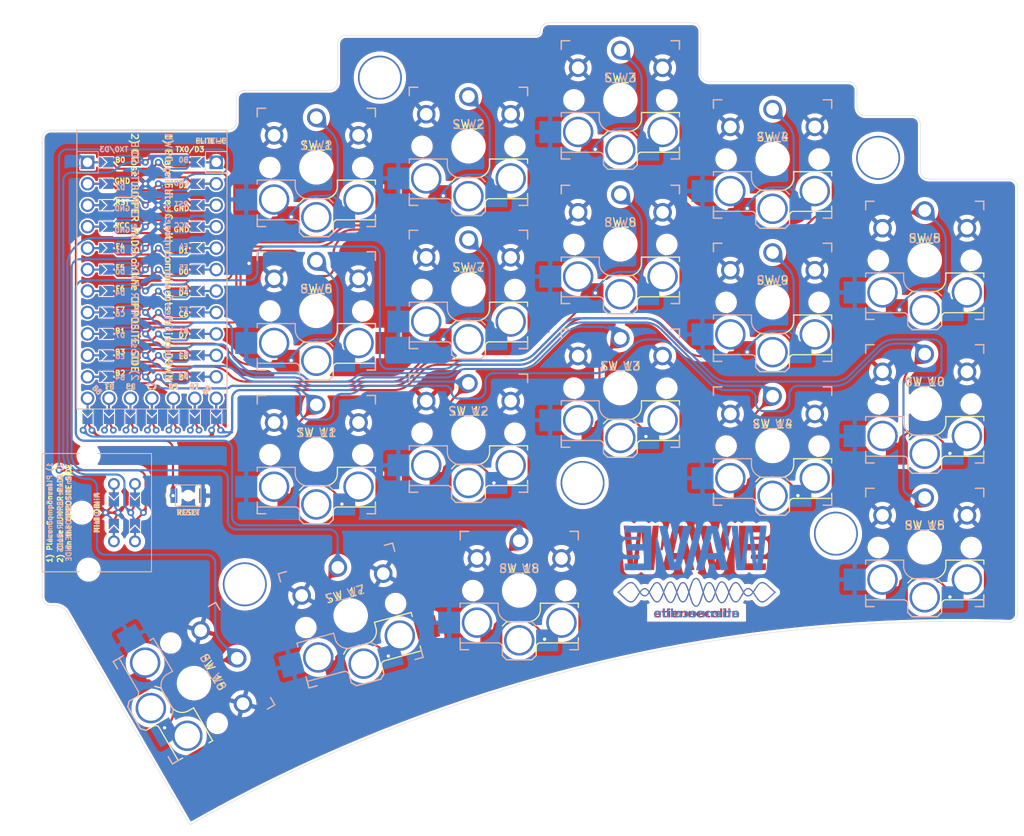
<source format=kicad_pcb>
(kicad_pcb (version 20221018) (generator pcbnew)
  (title_block (title "Wave") (date "2023-09-06") (rev "0.0.1"))
  (layers (0 "F.Cu" signal) (31 "B.Cu" signal) (34 "B.Paste" user) (35 "F.Paste" user) (36 "B.SilkS" user "B.Silkscreen") (37 "F.SilkS" user "F.Silkscreen") (38 "B.Mask" user) (39 "F.Mask" user) (44 "Edge.Cuts" user))
  (net 0 "")
  (net 1 "vcc")
  (net 2 "gnd")
  (net 3 "reset")
  (net 4 "Switch5")
  (net 5 "Switch4")
  (net 6 "Switch3")
  (net 7 "Switch2")
  (net 8 "Switch1")
  (net 9 "Switch9")
  (net 10 "Switch8")
  (net 11 "Switch7")
  (net 12 "Switch6")
  (net 13 "Switch17")
  (net 14 "Switch18")
  (net 15 "Switch11")
  (net 16 "Switch12")
  (net 17 "Switch13")
  (net 18 "Switch14")
  (net 19 "Switch15")
  (net 20 "Switch10")
  (net 23 "Switch16")
  (net 27 "data")
  (footprint "custom:Kailh_socket_PG1350_1.00u_optional_millmax_reversible" (layer "F.Cu") (at 63.472 73.6448 180)
    (fp_text reference "SW_11")
    (fp_text value "SW_Push")
  )
  (footprint "custom:Kailh_socket_PG1350_1.00u_optional_millmax_reversible" (layer "F.Cu") (at 81.486 54.0868 180)
    (fp_text reference "SW_7")
    (fp_text value "SW_Push")
  )
  (footprint "custom:Kailh_socket_PG1350_1.00u_optional_millmax_reversible" (layer "F.Cu") (at 99.474 65.7708 180)
    (fp_text reference "SW_13")
    (fp_text value "SW_Push")
  )
  (footprint "custom:Kailh_socket_PG1350_1.00u_optional_millmax_reversible" (layer "F.Cu") (at 117.5 72.6288 180)
    (fp_text reference "SW_14")
    (fp_text value "SW_Push")
  )
  (footprint "custom:Kailh_socket_PG1350_1.00u_optional_millmax_reversible" (layer "F.Cu") (at 63.472 39.6368 180)
    (fp_text reference "SW_1")
    (fp_text value "SW_Push")
  )
  (footprint "custom:Kailh_socket_PG1350_1.00u_optional_millmax_reversible" (layer "F.Cu") (at 81.486 37.1368 180)
    (fp_text reference "SW_2")
    (fp_text value "SW_Push")
  )
  (footprint "custom:Kailh_socket_PG1350_1.00u_optional_millmax_reversible" (layer "F.Cu") (at 135.518 50.6368 180)
    (fp_text reference "SW_5")
    (fp_text value "SW_Push")
  )
  (footprint "custom:Kailh_socket_PG1350_1.00u_optional_millmax_reversible" (layer "F.Cu") (at 81.486 71.1048 180)
    (fp_text reference "SW_12")
    (fp_text value "SW_Push")
  )
  (footprint "custom:Kailh_socket_PG1350_1.00u_optional_millmax_reversible" (layer "F.Cu") (at 99.474 31.6368 180)
    (fp_text reference "SW_3")
    (fp_text value "SW_Push")
  )
  (footprint "custom:Kailh_socket_PG1350_1.00u_optional_millmax_reversible" (layer "F.Cu") (at 135.518 84.6368 180)
    (fp_text reference "SW_15")
    (fp_text value "SW_Push")
  )
  (footprint "custom:Kailh_socket_PG1350_1.00u_optional_millmax_reversible" (layer "F.Cu") (at 63.472 56.6268 180)
    (fp_text reference "SW_6")
    (fp_text value "SW_Push")
  )
  (footprint "custom:Kailh_socket_PG1350_1.00u_optional_millmax_reversible" (layer "F.Cu") (at 117.5 38.6368 180)
    (fp_text reference "SW_4")
    (fp_text value "SW_Push")
  )
  (footprint "custom:Kailh_socket_PG1350_1.00u_optional_millmax_reversible" (layer "F.Cu") (at 117.5 55.6108 180)
    (fp_text reference "SW_9")
    (fp_text value "SW_Push")
  )
  (footprint "custom:Kailh_socket_PG1350_1.00u_optional_millmax_reversible" (layer "F.Cu") (at 67.547961 92.698962 -165)
    (fp_text reference "SW_17")
    (fp_text value "SW_Push")
  )
  (footprint "custom:Kailh_socket_PG1350_1.00u_optional_millmax_reversible" (layer "F.Cu") (at 99.474 48.7528 180)
    (fp_text reference "SW_8")
    (fp_text value "SW_Push")
  )
  (footprint "custom:Kailh_socket_PG1350_1.50u_optional_millmax_reversible" (layer "F.Cu") (at 48.987961 100.709962 120)
    (fp_text reference "SW_16")
    (fp_text value "SW_Push")
  )
  (footprint "custom:Kailh_socket_PG1350_1.00u_optional_millmax_reversible" (layer "F.Cu") (at 135.518 67.6368 180)
    (fp_text reference "SW_10")
    (fp_text value "SW_Push")
  )
  (footprint "custom:Würth_Elektronik_970060244_M2_spacer_hole_pad" (layer "F.Cu") (at 125 83)
    (fp_text reference "H_3")
    (fp_text value "Hole")
  )
  (footprint "custom:AdamTech_MDJ-004-FS_reversible" (layer "F.Cu") (at 36.5 80.516 90)
    (fp_text reference "J_1" hide)
    (fp_text value "MiniDIN4")
  )
  (footprint "custom:Kailh_socket_PG1350_1.00u_optional_millmax_reversible" (layer "F.Cu") (at 87.5 89.739711 180)
    (fp_text reference "SW_18")
    (fp_text value "SW_Push")
  )
  (footprint "custom:Würth_Elektronik_970060244_M2_spacer_hole_pad" (layer "F.Cu") (at 55 89)
    (fp_text reference "H_1")
    (fp_text value "Hole")
  )
  (footprint "custom:Würth_Elektronik_970060244_M2_spacer_hole_pad" (layer "F.Cu") (at 95 77)
    (fp_text reference "H_2")
    (fp_text value "Hole")
  )
  (footprint "custom:logo_username" (layer "F.Cu") (at 108.5 92.5)
    (fp_text reference "name" hide)
    (fp_text value "logo_username" hide)
  )
  (footprint "custom:Elite-C-upsideDown_reversible" (layer "F.Cu") (at 44 53 -90)
    (fp_text reference "U_1" hide)
    (fp_text value "Elite-C")
  )
  (footprint "custom:logo_wave" (layer "F.Cu") (at 108.5 87.5)
    (fp_text reference "LOGO***" hide)
    (fp_text value "logo_wave_back" hide)
  )
  (footprint "custom:Würth_Elektronik_970060244_M2_spacer_hole_pad" (layer "F.Cu") (at 130 38.5)
    (fp_text reference "H_5")
    (fp_text value "Hole")
  )
  (footprint "custom:Omron_B3U-1000P-B_reversible" (layer "F.Cu") (at 48.3 78.5 180)
    (fp_text reference "RSW_1" hide)
    (fp_text value "SW_Push")
  )
  (footprint "custom:Würth_Elektronik_970060244_M2_spacer_hole_pad" (layer "F.Cu") (at 71 29)
    (fp_text reference "H_4")
    (fp_text value "Hole")
  )
  (gr_arc (start 90 23.5) (mid 89.853553 23.853553) (end 89.5 24) (stroke (width 0.05)) (layer "Edge.Cuts"))
  (gr_arc (start 145.5 41) (mid 146.207107 41.292893) (end 146.5 42) (stroke (width 0.05)) (layer "Edge.Cuts"))
  (gr_arc (start 32.5 91.5) (mid 33.28 91.69) (end 33.9 92.2) (stroke (width 0.05)) (layer "Edge.Cuts"))
  (gr_line (start 32 35.22) (end 53 35.22) (stroke (width 0.05)) (layer "Edge.Cuts"))
  (gr_line (start 91 22.5) (end 108 22.5) (stroke (width 0.05)) (layer "Edge.Cuts"))
  (gr_line (start 136 41) (end 145.5 41) (stroke (width 0.05)) (layer "Edge.Cuts"))
  (gr_line (start 67 24) (end 89.5 24) (stroke (width 0.05)) (layer "Edge.Cuts"))
  (gr_arc (start 48.5 117.5) (mid 95.337204 98.779534) (end 145.5 93.5) (stroke (width 0.05)) (layer "Edge.Cuts"))
  (gr_line (start 127.5 32.5) (end 127.5 30.5) (stroke (width 0.05)) (layer "Edge.Cuts"))
  (gr_arc (start 90 23.5) (mid 90.292893 22.792893) (end 91 22.5) (stroke (width 0.05)) (layer "Edge.Cuts"))
  (gr_arc (start 32 91.5) (mid 31.292893 91.207107) (end 31 90.5) (stroke (width 0.05)) (layer "Edge.Cuts"))
  (gr_line (start 66 29.5) (end 66 25) (stroke (width 0.05)) (layer "Edge.Cuts"))
  (gr_arc (start 66 25) (mid 66.292893 24.292893) (end 67 24) (stroke (width 0.05)) (layer "Edge.Cuts"))
  (gr_line (start 146.5 42) (end 146.5 92.5) (stroke (width 0.05)) (layer "Edge.Cuts"))
  (gr_arc (start 128.5 33.5) (mid 127.792893 33.207107) (end 127.5 32.5) (stroke (width 0.05)) (layer "Edge.Cuts"))
  (gr_line (start 54 31.5) (end 54 34.22) (stroke (width 0.05)) (layer "Edge.Cuts"))
  (gr_arc (start 146.5 92.5) (mid 146.207107 93.207107) (end 145.5 93.5) (stroke (width 0.05)) (layer "Edge.Cuts"))
  (gr_arc (start 110 29.5) (mid 109.292893 29.207107) (end 109 28.5) (stroke (width 0.05)) (layer "Edge.Cuts"))
  (gr_line (start 32 91.5) (end 32.5 91.5) (stroke (width 0.05)) (layer "Edge.Cuts"))
  (gr_line (start 134.999999 34.500001) (end 135 40) (stroke (width 0.05)) (layer "Edge.Cuts"))
  (gr_arc (start 126.5 29.5) (mid 127.207107 29.792893) (end 127.5 30.5) (stroke (width 0.05)) (layer "Edge.Cuts"))
  (gr_line (start 109 23.5) (end 109 28.5) (stroke (width 0.05)) (layer "Edge.Cuts"))
  (gr_line (start 55 30.5) (end 65 30.5) (stroke (width 0.05)) (layer "Edge.Cuts"))
  (gr_line (start 31 90.5) (end 31 36.22) (stroke (width 0.05)) (layer "Edge.Cuts"))
  (gr_arc (start 108 22.5) (mid 108.707107 22.792893) (end 109 23.5) (stroke (width 0.05)) (layer "Edge.Cuts"))
  (gr_arc (start 54 31.5) (mid 54.292893 30.792893) (end 55 30.5) (stroke (width 0.05)) (layer "Edge.Cuts"))
  (gr_line (start 128.499999 33.500001) (end 133.999999 33.500001) (stroke (width 0.05)) (layer "Edge.Cuts"))
  (gr_arc (start 66 29.5) (mid 65.707107 30.207107) (end 65 30.5) (stroke (width 0.05)) (layer "Edge.Cuts"))
  (gr_arc (start 133.999999 33.500001) (mid 134.707106 33.792894) (end 134.999999 34.500001) (stroke (width 0.05)) (layer "Edge.Cuts"))
  (gr_line (start 33.9 92.2) (end 48.5 117.5) (stroke (width 0.05)) (layer "Edge.Cuts"))
  (gr_arc (start 54 34.22) (mid 53.707107 34.927107) (end 53 35.22) (stroke (width 0.05)) (layer "Edge.Cuts"))
  (gr_arc (start 31 36.22) (mid 31.292893 35.512893) (end 32 35.22) (stroke (width 0.05)) (layer "Edge.Cuts"))
  (gr_arc (start 136 41) (mid 135.292893 40.707107) (end 135 40) (stroke (width 0.05)) (layer "Edge.Cuts"))
  (gr_line (start 110 29.5) (end 126.5 29.5) (stroke (width 0.05)) (layer "Edge.Cuts"))
  (segment (start 35.204112 48.774896) (end 34.796896 49.182112) (width 0.25) (layer "B.Cu") (net 1))
  (segment (start 42.574 47.314) (end 43.238 46.65) (width 0.25) (layer "B.Cu") (net 1))
  (segment (start 37.12799 47.978) (end 40.970962 47.978) (width 0.25) (layer "B.Cu") (net 1))
  (segment (start 39.75 76) (end 36.327817 76) (width 0.25) (layer "B.Cu") (net 1))
  (segment (start 40.75 76.999999) (end 40.75 79.235669) (width 0.25) (layer "B.Cu") (net 1))
  (segment (start 41.125 80.141) (end 41.5 80.516) (width 0.25) (layer "B.Cu") (net 1))
  (segment (start 34 51.10599) (end 34 73.672182) (width 0.25) (layer "B.Cu") (net 1))
  (arc (start 40.75 76.999999) (mid 40.457106 76.292892) (end 39.75 76) (width 0.25) (layer "B.Cu") (net 1))
  (arc (start 40.75 79.235669) (mid 40.847459 79.72563) (end 41.125 80.141) (width 0.25) (layer "B.Cu") (net 1))
  (arc (start 42.574 47.314) (mid 41.838519 47.805432) (end 40.970962 47.978) (width 0.25) (layer "B.Cu") (net 1))
  (arc (start 34 73.672182) (mid 34.177194 74.562999) (end 34.681802 75.318198) (width 0.25) (layer "B.Cu") (net 1))
  (arc (start 34.796896 49.182112) (mid 34.207106 50.064795) (end 34 51.10599) (width 0.25) (layer "B.Cu") (net 1))
  (arc (start 37.12799 47.978) (mid 36.086795 48.185106) (end 35.204112 48.774896) (width 0.25) (layer "B.Cu") (net 1))
  (arc (start 34.681802 75.318198) (mid 35.437 75.822805) (end 36.327817 76) (width 0.25) (layer "B.Cu") (net 1))
  (segment (start 38.5 80.516) (end 40 80.516) (width 0.25) (layer "F.Cu") (net 2))
  (via (at 55.5 51) (size 0.8) (drill 0.4) (layers "F.Cu" "B.Cu") (net 2))
  (segment (start 55.5 46.999999) (end 55.5 51) (width 0.25) (layer "B.Cu") (net 2))
  (segment (start 53.3 46) (end 54.5 46) (width 0.25) (layer "B.Cu") (net 2))
  (segment (start 53 45.1) (end 53 45.7) (width 0.25) (layer "B.Cu") (net 2))
  (segment (start 46.466116 46.65) (end 44.762 46.65) (width 0.25) (layer "B.Cu") (net 2))
  (segment (start 52 42.8) (end 49.494309 42.8) (width 0.25) (layer "B.Cu") (net 2))
  (segment (start 46.33169 44.11) (end 44.762 44.11) (width 0.25) (layer "B.Cu") (net 2))
  (segment (start 53 45.1) (end 53 43.799999) (width 0.25) (layer "B.Cu") (net 2))
  (segment (start 52.7 45.4) (end 49.483883 45.4) (width 0.25) (layer "B.Cu") (net 2))
  (arc (start 47.975 46.025) (mid 47.282718 46.487567) (end 46.466116 46.65) (width 0.25) (layer "B.Cu") (net 2))
  (arc (start 47.913 43.455) (mid 47.187488 43.939771) (end 46.33169 44.11) (width 0.25) (layer "B.Cu") (net 2))
  (arc (start 49.494309 42.8) (mid 48.63851 42.970228) (end 47.913 43.455) (width 0.25) (layer "B.Cu") (net 2))
  (arc (start 53 45.7) (mid 52.912132 45.487867) (end 52.7 45.4) (width 0.25) (layer "B.Cu") (net 2))
  (arc (start 53 43.799999) (mid 52.707106 43.092892) (end 52 42.8) (width 0.25) (layer "B.Cu") (net 2))
  (arc (start 55.5 46.999999) (mid 55.207106 46.292892) (end 54.5 46) (width 0.25) (layer "B.Cu") (net 2))
  (arc (start 52.7 45.4) (mid 52.912132 45.312132) (end 53 45.1) (width 0.25) (layer "B.Cu") (net 2))
  (arc (start 53 45.7) (mid 53.087867 45.912132) (end 53.3 46) (width 0.25) (layer "B.Cu") (net 2))
  (arc (start 49.483883 45.4) (mid 48.667281 45.562432) (end 47.975 46.025) (width 0.25) (layer "B.Cu") (net 2))
  (segment (start 42.6755 43.5475) (end 43.238 44.11) (width 0.25) (layer "F.Cu") (net 3))
  (segment (start 35.999999 72) (end 45.5 72) (width 0.25) (layer "F.Cu") (net 3))
  (segment (start 46.5 78.5) (end 46.5 72.999999) (width 0.25) (layer "F.Cu") (net 3))
  (segment (start 35 43.010606) (end 35 71) (width 0.25) (layer "F.Cu") (net 3))
  (segment (start 41.317504 42.985) (end 35.025606 42.985) (width 0.25) (layer "F.Cu") (net 3))
  (via (at 46.5 78.5) (size 0.8) (drill 0.4) (layers "F.Cu" "B.Cu") (net 3))
  (arc (start 42.6755 43.5475) (mid 42.052446 43.131188) (end 41.317504 42.985) (width 0.25) (layer "F.Cu") (net 3))
  (arc (start 35.025606 42.985) (mid 35.015807 42.986949) (end 35.0075 42.9925) (width 0.25) (layer "F.Cu") (net 3))
  (arc (start 35 71) (mid 35.292892 71.707106) (end 35.999999 72) (width 0.25) (layer "F.Cu") (net 3))
  (arc (start 35.0075 42.9925) (mid 35.001949 43.000807) (end 35 43.010606) (width 0.25) (layer "F.Cu") (net 3))
  (arc (start 46.5 72.999999) (mid 46.207106 72.292892) (end 45.5 72) (width 0.25) (layer "F.Cu") (net 3))
  (segment (start 54.5 57) (end 54.5 50.499999) (width 0.25) (layer "F.Cu") (net 4))
  (segment (start 60.5 49.5) (end 55.499999 49.5) (width 0.25) (layer "F.Cu") (net 4))
  (segment (start 67.905634 47.5) (end 74.893933 47.5) (width 0.25) (layer "F.Cu") (net 4))
  (segment (start 46.793457 58) (end 53.5 58) (width 0.25) (layer "F.Cu") (net 4))
  (segment (start 124.126981 45) (end 135.2548 45) (width 0.25) (layer "F.Cu") (net 4))
  (segment (start 45.357 57.405) (end 44.762 56.81) (width 0.25) (layer "F.Cu") (net 4))
  (segment (start 64.5 52.5) (end 62.499999 52.5) (width 0.25) (layer "F.Cu") (net 4))
  (segment (start 121.796896 46.203103) (end 122.203103 45.796896) (width 0.25) (layer "F.Cu") (net 4))
  (segment (start 89.592488 45.653103) (end 93.448695 41.796896) (width 0.25) (layer "F.Cu") (net 4))
  (segment (start 102.736622 41) (end 95.372573 41) (width 0.25) (layer "F.Cu") (net 4))
  (segment (start 61.5 50.499999) (end 61.5 51.5) (width 0.25) (layer "F.Cu") (net 4))
  (segment (start 65.5 51.5) (end 65.5 49.905634) (width 0.25) (layer "F.Cu") (net 4))
  (segment (start 104.6605 41.796896) (end 109.066707 46.203103) (width 0.25) (layer "F.Cu") (net 4))
  (segment (start 119.873018 47) (end 110.990585 47) (width 0.25) (layer "F.Cu") (net 4))
  (segment (start 87.66861 46.45) (end 77.428858 46.45) (width 0.25) (layer "F.Cu") (net 4))
  (via (at 132.5 56.5) (size 0.8) (drill 0.4) (layers "F.Cu" "B.Cu") (net 4))
  (arc (start 77.428858 46.45) (mid 76.742912 46.586443) (end 76.161396 46.975) (width 0.25) (layer "F.Cu") (net 4))
  (arc (start 76.161396 46.975) (mid 75.579879 47.363556) (end 74.893933 47.5) (width 0.25) (layer "F.Cu") (net 4))
  (arc (start 54.5 57) (mid 54.207106 57.707106) (end 53.5 58) (width 0.25) (layer "F.Cu") (net 4))
  (arc (start 61.5 51.5) (mid 61.792892 52.207106) (end 62.499999 52.5) (width 0.25) (layer "F.Cu") (net 4))
  (arc (start 121.796896 46.203103) (mid 120.914213 46.792893) (end 119.873018 47) (width 0.25) (layer "F.Cu") (net 4))
  (arc (start 66.204594 48.204594) (mid 65.683118 48.985037) (end 65.5 49.905634) (width 0.25) (layer "F.Cu") (net 4))
  (arc (start 45.357 57.405) (mid 46.016052 57.845364) (end 46.793457 58) (width 0.25) (layer "F.Cu") (net 4))
  (arc (start 89.592488 45.653103) (mid 88.709805 46.242893) (end 87.66861 46.45) (width 0.25) (layer "F.Cu") (net 4))
  (arc (start 61.5 50.499999) (mid 61.207106 49.792892) (end 60.5 49.5) (width 0.25) (layer "F.Cu") (net 4))
  (arc (start 95.372573 41) (mid 94.331378 41.207106) (end 93.448695 41.796896) (width 0.25) (layer "F.Cu") (net 4))
  (arc (start 124.126981 45) (mid 123.085786 45.207106) (end 122.203103 45.796896) (width 0.25) (layer "F.Cu") (net 4))
  (arc (start 104.6605 41.796896) (mid 103.777817 41.207106) (end 102.736622 41) (width 0.25) (layer "F.Cu") (net 4))
  (arc (start 109.066707 46.203103) (mid 109.94939 46.792893) (end 110.990585 47) (width 0.25) (layer "F.Cu") (net 4))
  (arc (start 55.499999 49.5) (mid 54.792892 49.792892) (end 54.5 50.499999) (width 0.25) (layer "F.Cu") (net 4))
  (arc (start 67.905634 47.5) (mid 66.985037 47.683118) (end 66.204594 48.204594) (width 0.25) (layer "F.Cu") (net 4))
  (arc (start 65.5 51.5) (mid 65.207106 52.207106) (end 64.5 52.5) (width 0.25) (layer "F.Cu") (net 4))
  (segment (start 132.5 56.25) (end 132.5 56.5) (width 0.25) (layer "B.Cu") (net 4))
  (segment (start 138 48.345781) (end 138 55.7938) (width 0.25) (layer "B.Cu") (net 4))
  (segment (start 135.626981 54) (end 138 54) (width 0.25) (layer "B.Cu") (net 4))
  (segment (start 132.676776 55.823223) (end 133.703103 54.796896) (width 0.25) (layer "B.Cu") (net 4))
  (segment (start 137.203103 46.421903) (end 135.518 44.7368) (width 0.25) (layer "B.Cu") (net 4))
  (arc (start 132.676776 55.823223) (mid 132.545942 56.01903) (end 132.5 56.25) (width 0.25) (layer "B.Cu") (net 4))
  (arc (start 137.203103 46.421903) (mid 137.792893 47.304586) (end 138 48.345781) (width 0.25) (layer "B.Cu") (net 4))
  (arc (start 135.626981 54) (mid 134.585786 54.207106) (end 133.703103 54.796896) (width 0.25) (layer "B.Cu") (net 4))
  (segment (start 104.796896 41.296896) (end 107.703103 44.203103) (width 0.25) (layer "F.Cu") (net 5))
  (segment (start 65.975895 47.796896) (end 65.569688 48.203103) (width 0.25) (layer "F.Cu") (net 5))
  (segment (start 54 54.5) (end 54 49.999999) (width 0.25) (layer "F.Cu") (net 5))
  (segment (start 109.626981 45) (end 114 45) (width 0.25) (layer "F.Cu") (net 5))
  (segment (start 87.482214 46) (end 77.207106 46) (width 0.25) (layer "F.Cu") (net 5))
  (segment (start 53 55.5) (end 46.861741 55.5) (width 0.25) (layer "F.Cu") (net 5))
  (segment (start 89.406092 45.203103) (end 93.312299 41.296896) (width 0.25) (layer "F.Cu") (net 5))
  (segment (start 102.873018 40.5) (end 95.236177 40.5) (width 0.25) (layer "F.Cu") (net 5))
  (segment (start 67.899773 47) (end 74.792893 47) (width 0.25) (layer "F.Cu") (net 5))
  (segment (start 45.377 54.885) (end 44.762 54.27) (width 0.25) (layer "F.Cu") (net 5))
  (segment (start 54.999999 49) (end 63.64581 49) (width 0.25) (layer "F.Cu") (net 5))
  (via (at 114.5 44.5) (size 0.8) (drill 0.4) (layers "F.Cu" "B.Cu") (net 5))
  (arc (start 54 54.5) (mid 53.707106 55.207106) (end 53 55.5) (width 0.25) (layer "F.Cu") (net 5))
  (arc (start 95.236177 40.5) (mid 94.194982 40.707106) (end 93.312299 41.296896) (width 0.25) (layer "F.Cu") (net 5))
  (arc (start 76 46.5) (mid 75.446174 46.870054) (end 74.792893 47) (width 0.25) (layer "F.Cu") (net 5))
  (arc (start 54.999999 49) (mid 54.292892 49.292892) (end 54 49.999999) (width 0.25) (layer "F.Cu") (net 5))
  (arc (start 107.703103 44.203103) (mid 108.585786 44.792893) (end 109.626981 45) (width 0.25) (layer "F.Cu") (net 5))
  (arc (start 89.406092 45.203103) (mid 88.523409 45.792893) (end 87.482214 46) (width 0.25) (layer "F.Cu") (net 5))
  (arc (start 104.796896 41.296896) (mid 103.914213 40.707106) (end 102.873018 40.5) (width 0.25) (layer "F.Cu") (net 5))
  (arc (start 65.569688 48.203103) (mid 64.687005 48.792893) (end 63.64581 49) (width 0.25) (layer "F.Cu") (net 5))
  (arc (start 77.207106 46) (mid 76.553825 46.129945) (end 76 46.5) (width 0.25) (layer "F.Cu") (net 5))
  (arc (start 67.899773 47) (mid 66.858578 47.207106) (end 65.975895 47.796896) (width 0.25) (layer "F.Cu") (net 5))
  (arc (start 45.377 54.885) (mid 46.058205 55.340166) (end 46.861741 55.5) (width 0.25) (layer "F.Cu") (net 5))
  (segment (start 120 41.0941) (end 120 42.9059) (width 0.25) (layer "B.Cu") (net 5))
  (segment (start 117.626981 42) (end 119.0941 42) (width 0.25) (layer "B.Cu") (net 5))
  (segment (start 114.5 44.5) (end 114.5 44.25) (width 0.25) (layer "B.Cu") (net 5))
  (segment (start 119.203103 34.439903) (end 117.5 32.7368) (width 0.25) (layer "B.Cu") (net 5))
  (segment (start 120 36.363781) (end 120 41.0941) (width 0.25) (layer "B.Cu") (net 5))
  (segment (start 115.703103 42.796896) (end 114.676776 43.823223) (width 0.25) (layer "B.Cu") (net 5))
  (segment (start 120 42.9059) (end 120 43.8118) (width 0.25) (layer "B.Cu") (net 5))
  (arc (start 119.203103 34.439903) (mid 119.792893 35.322586) (end 120 36.363781) (width 0.25) (layer "B.Cu") (net 5))
  (arc (start 120 42.9059) (mid 119.734668 42.265331) (end 119.0941 42) (width 0.25) (layer "B.Cu") (net 5))
  (arc (start 114.676776 43.823223) (mid 114.545942 44.01903) (end 114.5 44.25) (width 0.25) (layer "B.Cu") (net 5))
  (arc (start 117.626981 42) (mid 116.585786 42.207106) (end 115.703103 42.796896) (width 0.25) (layer "B.Cu") (net 5))
  (arc (start 119.0941 42) (mid 119.734668 41.734668) (end 120 41.0941) (width 0.25) (layer "B.Cu") (net 5))
  (segment (start 63.509414 48.5) (end 54.499999 48.5) (width 0.25) (layer "F.Cu") (net 6))
  (segment (start 67.763377 46.5) (end 74.652089 46.5) (width 0.25) (layer "F.Cu") (net 6))
  (segment (start 65.433292 47.703103) (end 65.839499 47.296896) (width 0.25) (layer "F.Cu") (net 6))
  (segment (start 77.066302 45.5) (end 87.345818 45.5) (width 0.25) (layer "F.Cu") (net 6))
  (segment (start 89.269696 44.703103) (end 96.174 37.7988) (width 0.25) (layer "F.Cu") (net 6))
  (segment (start 46.930025 53) (end 52.5 53) (width 0.25) (layer "F.Cu") (net 6))
  (segment (start 45.397 52.365) (end 44.762 51.73) (width 0.25) (layer "F.Cu") (net 6))
  (segment (start 53.5 49.499999) (end 53.5 52) (width 0.25) (layer "F.Cu") (net 6))
  (via (at 96.5 37.5) (size 0.8) (drill 0.4) (layers "F.Cu" "B.Cu") (net 6))
  (arc (start 45.397 52.365) (mid 46.100357 52.834968) (end 46.930025 53) (width 0.25) (layer "F.Cu") (net 6))
  (arc (start 89.269696 44.703103) (mid 88.387013 45.292893) (end 87.345818 45.5) (width 0.25) (layer "F.Cu") (net 6))
  (arc (start 53.5 52) (mid 53.207106 52.707106) (end 52.5 53) (width 0.25) (layer "F.Cu") (net 6))
  (arc (start 67.763377 46.5) (mid 66.722182 46.707106) (end 65.839499 47.296896) (width 0.25) (layer "F.Cu") (net 6))
  (arc (start 54.499999 48.5) (mid 53.792892 48.792892) (end 53.5 49.499999) (width 0.25) (layer "F.Cu") (net 6))
  (arc (start 65.433292 47.703103) (mid 64.550609 48.292893) (end 63.509414 48.5) (width 0.25) (layer "F.Cu") (net 6))
  (arc (start 75.859196 46) (mid 75.30537 46.370054) (end 74.652089 46.5) (width 0.25) (layer "F.Cu") (net 6))
  (arc (start 77.066302 45.5) (mid 76.413021 45.629945) (end 75.859196 46) (width 0.25) (layer "F.Cu") (net 6))
  (segment (start 102 29.389781) (end 102 36.8378) (width 0.25) (layer "B.Cu") (net 6))
  (segment (start 96.676776 36.823223) (end 97.703103 35.796896) (width 0.25) (layer "B.Cu") (net 6))
  (segment (start 101.203103 27.465903) (end 99.474 25.7368) (width 0.25) (layer "B.Cu") (net 6))
  (segment (start 99.626981 35) (end 102 35) (width 0.25) (layer "B.Cu") (net 6))
  (segment (start 96.5 37.25) (end 96.5 37.5) (width 0.25) (layer "B.Cu") (net 6))
  (arc (start 99.626981 35) (mid 98.585786 35.207106) (end 97.703103 35.796896) (width 0.25) (layer "B.Cu") (net 6))
  (arc (start 101.203103 27.465903) (mid 101.792893 28.348586) (end 102 29.389781) (width 0.25) (layer "B.Cu") (net 6))
  (arc (start 96.676776 36.823223) (mid 96.545942 37.01903) (end 96.5 37.25) (width 0.25) (layer "B.Cu") (net 6))
  (segment (start 65.703103 46.796896) (end 65.296896 47.203103) (width 0.25) (layer "F.Cu") (net 7))
  (segment (start 67.626981 46) (end 74.095818 46) (width 0.25) (layer "F.Cu") (net 7))
  (segment (start 45.417 49.845) (end 44.762 49.19) (width 0.25) (layer "F.Cu") (net 7))
  (segment (start 53.999999 48) (end 63.373018 48) (width 0.25) (layer "F.Cu") (net 7))
  (segment (start 76.019696 45.203103) (end 78.186 43.0368) (width 0.25) (layer "F.Cu") (net 7))
  (segment (start 46.998309 50.5) (end 52 50.5) (width 0.25) (layer "F.Cu") (net 7))
  (segment (start 53 48.999999) (end 53 49.5) (width 0.25) (layer "F.Cu") (net 7))
  (via (at 78.5 43) (size 0.8) (drill 0.4) (layers "F.Cu" "B.Cu") (net 7))
  (arc (start 65.296896 47.203103) (mid 64.414213 47.792893) (end 63.373018 48) (width 0.25) (layer "F.Cu") (net 7))
  (arc (start 67.626981 46) (mid 66.585786 46.207106) (end 65.703103 46.796896) (width 0.25) (layer "F.Cu") (net 7))
  (arc (start 53.999999 48) (mid 53.292892 48.292892) (end 53 48.999999) (width 0.25) (layer "F.Cu") (net 7))
  (arc (start 76.019696 45.203103) (mid 75.137013 45.792893) (end 74.095818 46) (width 0.25) (layer "F.Cu") (net 7))
  (arc (start 45.417 49.845) (mid 46.14251 50.329771) (end 46.998309 50.5) (width 0.25) (layer "F.Cu") (net 7))
  (arc (start 53 49.5) (mid 52.707106 50.207106) (end 52 50.5) (width 0.25) (layer "F.Cu") (net 7))
  (segment (start 81.626981 40.5) (end 83.0871 40.5) (width 0.25) (layer "B.Cu") (net 7))
  (segment (start 83.203103 32.953903) (end 81.486 31.2368) (width 0.25) (layer "B.Cu") (net 7))
  (segment (start 78.5 42.75) (end 78.5 43) (width 0.25) (layer "B.Cu") (net 7))
  (segment (start 84 34.877781) (end 84 39.5871) (width 0.25) (layer "B.Cu") (net 7))
  (segment (start 78.676776 42.323223) (end 79.703103 41.296896) (width 0.25) (layer "B.Cu") (net 7))
  (segment (start 84 39.5871) (end 84 41.4129) (width 0.25) (layer "B.Cu") (net 7))
  (segment (start 84 41.4129) (end 84 42.3258) (width 0.25) (layer "B.Cu") (net 7))
  (arc (start 83.203103 32.953903) (mid 83.792893 33.836586) (end 84 34.877781) (width 0.25) (layer "B.Cu") (net 7))
  (arc (start 81.626981 40.5) (mid 80.585786 40.707106) (end 79.703103 41.296896) (width 0.25) (layer "B.Cu") (net 7))
  (arc (start 78.676776 42.323223) (mid 78.545942 42.51903) (end 78.5 42.75) (width 0.25) (layer "B.Cu") (net 7))
  (arc (start 83.0871 40.5) (mid 83.732617 40.232617) (end 84 39.5871) (width 0.25) (layer "B.Cu") (net 7))
  (arc (start 84 41.4129) (mid 83.732617 40.767382) (end 83.0871 40.5) (width 0.25) (layer "B.Cu") (net 7))
  (segment (start 52 40.25) (end 46.84467 40.25) (width 0.25) (layer "F.Cu") (net 8))
  (segment (start 45.372 39.64) (end 44.762 39.03) (width 0.25) (layer "F.Cu") (net 8))
  (segment (start 53 41.249999) (end 53 45) (width 0.25) (layer "F.Cu") (net 8))
  (segment (start 53.999999 46) (end 60 46) (width 0.25) (layer "F.Cu") (net 8))
  (via (at 60.5 45.5) (size 0.8) (drill 0.4) (layers "F.Cu" "B.Cu") (net 8))
  (arc (start 53 41.249999) (mid 52.707106 40.542892) (end 52 40.25) (width 0.25) (layer "F.Cu") (net 8))
  (arc (start 53 45) (mid 53.292892 45.707106) (end 53.999999 46) (width 0.25) (layer "F.Cu") (net 8))
  (arc (start 45.372 39.64) (mid 46.047666 40.091466) (end 46.84467 40.25) (width 0.25) (layer "F.Cu") (net 8))
  (segment (start 66 37.391781) (end 66 42.0801) (width 0.25) (layer "B.Cu") (net 8))
  (segment (start 66 43.9199) (end 66 44.8398) (width 0.25) (layer "B.Cu") (net 8))
  (segment (start 66 42.0801) (end 66 43.9199) (width 0.25) (layer "B.Cu") (net 8))
  (segment (start 61.703103 43.796896) (end 60.676776 44.823223) (width 0.25) (layer "B.Cu") (net 8))
  (segment (start 60.5 45.5) (end 60.5 45.25) (width 0.25) (layer "B.Cu") (net 8))
  (segment (start 65.0801 43) (end 63.626981 43) (width 0.25) (layer "B.Cu") (net 8))
  (segment (start 65.203103 35.467903) (end 63.472 33.7368) (width 0.25) (layer "B.Cu") (net 8))
  (arc (start 65.203103 35.467903) (mid 65.792893 36.350586) (end 66 37.391781) (width 0.25) (layer "B.Cu") (net 8))
  (arc (start 65.0801 43) (mid 65.730567 42.730567) (end 66 42.0801) (width 0.25) (layer "B.Cu") (net 8))
  (arc (start 66 43.9199) (mid 65.730567 43.269432) (end 65.0801 43) (width 0.25) (layer "B.Cu") (net 8))
  (arc (start 63.626981 43) (mid 62.585786 43.207106) (end 61.703103 43.796896) (width 0.25) (layer "B.Cu") (net 8))
  (arc (start 60.676776 44.823223) (mid 60.545942 45.01903) (end 60.5 45.25) (width 0.25) (layer "B.Cu") (net 8))
  (segment (start 89.433292 62.203103) (end 93.339499 58.296896) (width 0.25) (layer "F.Cu") (net 9))
  (segment (start 75.975895 63.796896) (end 74.569688 65.203103) (width 0.25) (layer "F.Cu") (net 9))
  (segment (start 109.126981 62) (end 114 62) (width 0.25) (layer "F.Cu") (net 9))
  (segment (start 77.899773 63) (end 87.509414 63) (width 0.25) (layer "F.Cu") (net 9))
  (segment (start 53.5 70.5) (end 53.5 66.999999) (width 0.25) (layer "F.Cu") (net 9))
  (segment (start 51 71.162) (end 51 70.824) (width 0.25) (layer "F.Cu") (net 9))
  (segment (start 102.373018 57.5) (end 95.263377 57.5) (width 0.25) (layer "F.Cu") (net 9))
  (segment (start 51.338 71.5) (end 50.662 71.5) (width 0.25) (layer "F.Cu") (net 9))
  (segment (start 37.265 71.125) (end 36.89 70.75) (width 0.25) (layer "F.Cu") (net 9))
  (segment (start 50.662 71.5) (end 38.17033 71.5) (width 0.25) (layer "F.Cu") (net 9))
  (segment (start 54.499999 66) (end 72.64581 66) (width 0.25) (layer "F.Cu") (net 9))
  (segment (start 107.203103 61.203103) (end 104.296896 58.296896) (width 0.25) (layer "F.Cu") (net 9))
  (segment (start 51.338 71.5) (end 52.5 71.5) (width 0.25) (layer "F.Cu") (net 9))
  (via (at 114.5 61.5) (size 0.8) (drill 0.4) (layers "F.Cu" "B.Cu") (net 9))
  (arc (start 51 71.162) (mid 51.098997 71.401002) (end 51.338 71.5) (width 0.25) (layer "F.Cu") (net 9))
  (arc (start 37.265 71.125) (mid 37.680368 71.40254) (end 38.17033 71.5) (width 0.25) (layer "F.Cu") (net 9))
  (arc (start 54.499999 66) (mid 53.792892 66.292892) (end 53.5 66.999999) (width 0.25) (layer "F.Cu") (net 9))
  (arc (start 89.433292 62.203103) (mid 88.550609 62.792893) (end 87.509414 63) (width 0.25) (layer "F.Cu") (net 9))
  (arc (start 53.5 70.5) (mid 53.207106 71.207106) (end 52.5 71.5) (width 0.25) (layer "F.Cu") (net 9))
  (arc (start 104.296896 58.296896) (mid 103.414213 57.707106) (end 102.373018 57.5) (width 0.25) (layer "F.Cu") (net 9))
  (arc (start 77.899773 63) (mid 76.858578 63.207106) (end 75.975895 63.796896) (width 0.25) (layer "F.Cu") (net 9))
  (arc (start 107.203103 61.203103) (mid 108.085786 61.792893) (end 109.126981 62) (width 0.25) (layer "F.Cu") (net 9))
  (arc (start 50.662 71.5) (mid 50.901002 71.401002) (end 51 71.162) (width 0.25) (layer "F.Cu") (net 9))
  (arc (start 74.569688 65.203103) (mid 73.687005 65.792893) (end 72.64581 66) (width 0.25) (layer "F.Cu") (net 9))
  (arc (start 95.263377 57.5) (mid 94.222182 57.707106) (end 93.339499 58.296896) (width 0.25) (layer "F.Cu") (net 9))
  (segment (start 120 58.1446) (end 120 59.8554) (width 0.25) (layer "B.Cu") (net 9))
  (segment (start 114.5 61.5) (end 114.5 61.25) (width 0.25) (layer "B.Cu") (net 9))
  (segment (start 117.626981 59) (end 119.1446 59) (width 0.25) (layer "B.Cu") (net 9))
  (segment (start 120 53.337781) (end 120 58.1446) (width 0.25) (layer "B.Cu") (net 9))
  (segment (start 115.703103 59.796896) (end 114.676776 60.823223) (width 0.25) (layer "B.Cu") (net 9))
  (segment (start 120 59.8554) (end 120 60.7108) (width 0.25) (layer "B.Cu") (net 9))
  (segment (start 119.203103 51.413903) (end 117.5 49.7108) (width 0.25) (layer "B.Cu") (net 9))
  (arc (start 114.676776 60.823223) (mid 114.545942 61.01903) (end 114.5 61.25) (width 0.25) (layer "B.Cu") (net 9))
  (arc (start 119.203103 51.413903) (mid 119.792893 52.296586) (end 120 53.337781) (width 0.25) (layer "B.Cu") (net 9))
  (arc (start 120 59.8554) (mid 119.749459 59.25054) (end 119.1446 59) (width 0.25) (layer "B.Cu") (net 9))
  (arc (start 117.626981 59) (mid 116.585786 59.207106) (end 115.703103 59.796896) (width 0.25) (layer "B.Cu") (net 9))
  (arc (start 119.1446 59) (mid 119.749459 58.749459) (end 120 58.1446) (width 0.25) (layer "B.Cu") (net 9))
  (segment (start 87.373018 62.5) (end 77.763377 62.5) (width 0.25) (layer "F.Cu") (net 10))
  (segment (start 89.296896 61.703103) (end 96.5 54.5) (width 0.25) (layer "F.Cu") (net 10))
  (segment (start 74.433292 64.703103) (end 75.839499 63.296896) (width 0.25) (layer "F.Cu") (net 10))
  (segment (start 45.447 65.115) (end 44.762 64.43) (width 0.25) (layer "F.Cu") (net 10))
  (segment (start 72.509414 65.5) (end 53.575736 65.5) (width 0.25) (layer "F.Cu") (net 10))
  (segment (start 52.851471 65.8) (end 47.100736 65.8) (width 0.25) (layer "F.Cu") (net 10))
  (via (at 96.5 54.5) (size 0.8) (drill 0.4) (layers "F.Cu" "B.Cu") (net 10))
  (arc (start 77.763377 62.5) (mid 76.722182 62.707106) (end 75.839499 63.296896) (width 0.25) (layer "F.Cu") (net 10))
  (arc (start 45.447 65.115) (mid 46.20574 65.621974) (end 47.100736 65.8) (width 0.25) (layer "F.Cu") (net 10))
  (arc (start 89.296896 61.703103) (mid 88.414213 62.292893) (end 87.373018 62.5) (width 0.25) (layer "F.Cu") (net 10))
  (arc (start 53.575736 65.5) (mid 53.379751 65.538983) (end 53.213604 65.65) (width 0.25) (layer "F.Cu") (net 10))
  (arc (start 53.213604 65.65) (mid 53.047456 65.761016) (end 52.851471 65.8) (width 0.25) (layer "F.Cu") (net 10))
  (arc (start 74.433292 64.703103) (mid 73.550609 65.292893) (end 72.509414 65.5) (width 0.25) (layer "F.Cu") (net 10))
  (segment (start 102 52.9769) (end 102 53.9538) (width 0.25) (layer "B.Cu") (net 10))
  (segment (start 97.703103 52.796896) (end 96.676776 53.823223) (width 0.25) (layer "B.Cu") (net 10))
  (segment (start 99.626981 52) (end 101.0231 52) (width 0.25) (layer "B.Cu") (net 10))
  (segment (start 102 46.505781) (end 102 51.0231) (width 0.25) (layer "B.Cu") (net 10))
  (segment (start 96.5 54.25) (end 96.5 54.5) (width 0.25) (layer "B.Cu") (net 10))
  (segment (start 101.203103 44.581903) (end 99.474 42.8528) (width 0.25) (layer "B.Cu") (net 10))
  (segment (start 102 51.0231) (end 102 52.9769) (width 0.25) (layer "B.Cu") (net 10))
  (arc (start 102 52.9769) (mid 101.713872 52.286127) (end 101.0231 52) (width 0.25) (layer "B.Cu") (net 10))
  (arc (start 96.676776 53.823223) (mid 96.545942 54.01903) (end 96.5 54.25) (width 0.25) (layer "B.Cu") (net 10))
  (arc (start 99.626981 52) (mid 98.585786 52.207106) (end 97.703103 52.796896) (width 0.25) (layer "B.Cu") (net 10))
  (arc (start 101.0231 52) (mid 101.713872 51.713872) (end 102 51.0231) (width 0.25) (layer "B.Cu") (net 10))
  (arc (start 101.203103 44.581903) (mid 101.792893 45.464586) (end 102 46.505781) (width 0.25) (layer "B.Cu") (net 10))
  (segment (start 55.142477 65) (end 72.373018 65) (width 0.25) (layer "F.Cu") (net 11))
  (segment (start 47.029037 63.218) (end 51.106514 63.218) (width 0.25) (layer "F.Cu") (net 11))
  (segment (start 53.218599 64.203103) (end 53.030392 64.014896) (width 0.25) (layer "F.Cu") (net 11))
  (segment (start 45.426 62.554) (end 44.762 61.89) (width 0.25) (layer "F.Cu") (net 11))
  (segment (start 74.296896 64.203103) (end 78.5 60) (width 0.25) (layer "F.Cu") (net 11))
  (via (at 78.5 60) (size 0.8) (drill 0.4) (layers "F.Cu" "B.Cu") (net 11))
  (arc (start 53.218599 64.203103) (mid 54.101282 64.792893) (end 55.142477 65) (width 0.25) (layer "F.Cu") (net 11))
  (arc (start 53.030392 64.014896) (mid 52.147709 63.425106) (end 51.106514 63.218) (width 0.25) (layer "F.Cu") (net 11))
  (arc (start 45.426 62.554) (mid 46.161479 63.045432) (end 47.029037 63.218) (width 0.25) (layer "F.Cu") (net 11))
  (arc (start 74.296896 64.203103) (mid 73.414213 64.792893) (end 72.373018 65) (width 0.25) (layer "F.Cu") (net 11))
  (segment (start 83.203103 49.903903) (end 81.486 48.1868) (width 0.25) (layer "B.Cu") (net 11))
  (segment (start 78.5 59.741899) (end 78.5 60) (width 0.25) (layer "B.Cu") (net 11))
  (segment (start 81.610779 57.5) (end 83.1121 57.5) (width 0.25) (layer "B.Cu") (net 11))
  (segment (start 84 56.6121) (end 84 58.3879) (width 0.25) (layer "B.Cu") (net 11))
  (segment (start 84 58.3879) (end 84 59.2758) (width 0.25) (layer "B.Cu") (net 11))
  (segment (start 78.682504 59.301292) (end 79.686901 58.296896) (width 0.25) (layer "B.Cu") (net 11))
  (segment (start 84 51.827781) (end 84 56.6121) (width 0.25) (layer "B.Cu") (net 11))
  (arc (start 83.1121 57.5) (mid 83.73994 57.23994) (end 84 56.6121) (width 0.25) (layer "B.Cu") (net 11))
  (arc (start 84 58.3879) (mid 83.73994 57.760059) (end 83.1121 57.5) (width 0.25) (layer "B.Cu") (net 11))
  (arc (start 83.203103 49.903903) (mid 83.792893 50.786586) (end 84 51.827781) (width 0.25) (layer "B.Cu") (net 11))
  (arc (start 78.682504 59.301292) (mid 78.547431 59.503444) (end 78.5 59.741899) (width 0.25) (layer "B.Cu") (net 11))
  (arc (start 81.610779 57.5) (mid 80.569584 57.707106) (end 79.686901 58.296896) (width 0.25) (layer "B.Cu") (net 11))
  (segment (start 52.957391 61.296896) (end 53.863598 62.203103) (width 0.25) (layer "F.Cu") (net 12))
  (segment (start 46.725172 60.5) (end 51.033513 60.5) (width 0.25) (layer "F.Cu") (net 12))
  (segment (start 45.337 59.925) (end 44.762 59.35) (width 0.25) (layer "F.Cu") (net 12))
  (segment (start 55.787476 63) (end 59.6988 63) (width 0.25) (layer "F.Cu") (net 12))
  (via (at 60.5 62.5) (size 0.8) (drill 0.4) (layers "F.Cu" "B.Cu") (net 12))
  (arc (start 52.957391 61.296896) (mid 52.074708 60.707106) (end 51.033513 60.5) (width 0.25) (layer "F.Cu") (net 12))
  (arc (start 45.337 59.925) (mid 45.973898 60.350562) (end 46.725172 60.5) (width 0.25) (layer "F.Cu") (net 12))
  (arc (start 53.863598 62.203103) (mid 54.746281 62.792893) (end 55.787476 63) (width 0.25) (layer "F.Cu") (net 12))
  (segment (start 60.676776 61.823223) (end 61.703103 60.796896) (width 0.25) (layer "B.Cu") (net 12))
  (segment (start 66 59.0851) (end 66 60.9149) (width 0.25) (layer "B.Cu") (net 12))
  (segment (start 66 54.381781) (end 66 59.0851) (width 0.25) (layer "B.Cu") (net 12))
  (segment (start 66 60.9149) (end 66 61.8298) (width 0.25) (layer "B.Cu") (net 12))
  (segment (start 65.0851 60) (end 63.626981 60) (width 0.25) (layer "B.Cu") (net 12))
  (segment (start 60.5 62.5) (end 60.5 62.25) (width 0.25) (layer "B.Cu") (net 12))
  (segment (start 65.203103 52.457903) (end 63.472 50.7268) (width 0.25) (layer "B.Cu") (net 12))
  (arc (start 65.0851 60) (mid 65.732031 59.732031) (end 66 59.0851) (width 0.25) (layer "B.Cu") (net 12))
  (arc (start 65.203103 52.457903) (mid 65.792893 53.340586) (end 66 54.381781) (width 0.25) (layer "B.Cu") (net 12))
  (arc (start 66 60.9149) (mid 65.732031 60.267968) (end 65.0851 60) (width 0.25) (layer "B.Cu") (net 12))
  (arc (start 63.626981 60) (mid 62.585786 60.207106) (end 61.703103 60.796896) (width 0.25) (layer "B.Cu") (net 12))
  (arc (start 60.676776 61.823223) (mid 60.545942 62.01903) (end 60.5 62.25) (width 0.25) (layer "B.Cu") (net 12))
  (segment (start 65 92.995168) (end 65 88.742834) (width 0.25) (layer "F.Cu") (net 13))
  (segment (start 66.342961 95.39879) (end 65.75 94.805829) (width 0.25) (layer "F.Cu") (net 13))
  (segment (start 72 97.5) (end 71.25 96.75) (width 0.25) (layer "F.Cu") (net 13))
  (segment (start 66.5 96.222085) (end 66.5 98.639465) (width 0.25) (layer "F.Cu") (net 13))
  (segment (start 66.5 96.222085) (end 66.5 95.777914) (width 0.25) (layer "F.Cu") (net 13))
  (segment (start 65.510464 87.510464) (end 66.020929 87) (width 0.25) (layer "F.Cu") (net 13))
  (segment (start 66.722085 96) (end 69.439339 96) (width 0.25) (layer "F.Cu") (net 13))
  (via (at 72 97.5) (size 0.8) (drill 0.4) (layers "F.Cu" "B.Cu") (net 13))
  (arc (start 66.722085 96) (mid 66.565047 96.065047) (end 66.5 96.222085) (width 0.25) (layer "F.Cu") (net 13))
  (arc (start 66.342961 95.39879) (mid 66.459186 95.572733) (end 66.5 95.777914) (width 0.25) (layer "F.Cu") (net 13))
  (arc (start 65.510464 87.510464) (mid 65.132665 88.07588) (end 65 88.742834) (width 0.25) (layer "F.Cu") (net 13))
  (arc (start 65 92.995168) (mid 65.194918 93.97509) (end 65.75 94.805829) (width 0.25) (layer "F.Cu") (net 13))
  (arc (start 66.5 95.777914) (mid 66.565047 95.934952) (end 66.722085 96) (width 0.25) (layer "F.Cu") (net 13))
  (arc (start 71.25 96.75) (mid 70.419261 96.194918) (end 69.439339 96) (width 0.25) (layer "F.Cu") (net 13))
  (segment (start 41.00169 50.5) (end 35.499999 50.5) (width 0.25) (layer "B.Cu") (net 13))
  (segment (start 66 83.499999) (end 66 86.979071) (width 0.25) (layer "B.Cu") (net 13))
  (segment (start 34.5 51.499999) (end 34.5 73.792893) (width 0.25) (layer "B.Cu") (net 13))
  (segment (start 52 75.5) (end 36.207106 75.5) (width 0.25) (layer "B.Cu") (net 13))
  (segment (start 42.583 49.845) (end 43.238 49.19) (width 0.25) (layer "B.Cu") (net 13))
  (segment (start 53 76.499999) (end 53 81.5) (width 0.25) (layer "B.Cu") (net 13))
  (segment (start 65 82.5) (end 53.999999 82.5) (width 0.25) (layer "B.Cu") (net 13))
  (arc (start 53 76.499999) (mid 52.707106 75.792892) (end 52 75.5) (width 0.25) (layer "B.Cu") (net 13))
  (arc (start 53 81.5) (mid 53.292892 82.207106) (end 53.999999 82.5) (width 0.25) (layer "B.Cu") (net 13))
  (arc (start 42.583 49.845) (mid 41.857488 50.329771) (end 41.00169 50.5) (width 0.25) (layer "B.Cu") (net 13))
  (arc (start 35 75) (mid 35.553825 75.370054) (end 36.207106 75.5) (width 0.25) (layer "B.Cu") (net 13))
  (arc (start 34.5 73.792893) (mid 34.629945 74.446174) (end 35 75) (width 0.25) (layer "B.Cu") (net 13))
  (arc (start 35.499999 50.5) (mid 34.792892 50.792892) (end 34.5 51.499999) (width 0.25) (layer "B.Cu") (net 13))
  (arc (start 66 83.499999) (mid 65.707106 82.792892) (end 65 82.5) (width 0.25) (layer "B.Cu") (net 13))
  (segment (start 90.5 95.5) (end 90.5 95.25) (width 0.25) (layer "F.Cu") (net 14))
  (segment (start 85 87.466692) (end 85 94.839711) (width 0.25) (layer "F.Cu") (net 14))
  (segment (start 89.296896 93.796896) (end 90.323223 94.823223) (width 0.25) (layer "F.Cu") (net 14))
  (segment (start 87.373018 93) (end 85 93) (width 0.25) (layer "F.Cu") (net 14))
  (segment (start 85.796896 85.542814) (end 87.5 83.839711) (width 0.25) (layer "F.Cu") (net 14))
  (via (at 90.5 95.5) (size 0.8) (drill 0.4) (layers "F.Cu" "B.Cu") (net 14))
  (arc (start 90.323223 94.823223) (mid 90.454057 95.01903) (end 90.5 95.25) (width 0.25) (layer "F.Cu") (net 14))
  (arc (start 85.796896 85.542814) (mid 85.207106 86.425497) (end 85 87.466692) (width 0.25) (layer "F.Cu") (net 14))
  (arc (start 89.296896 93.796896) (mid 88.414213 93.207106) (end 87.373018 93) (width 0.25) (layer "F.Cu") (net 14))
  (segment (start 35 71) (end 35 53.999999) (width 0.25) (layer "B.Cu") (net 14))
  (segment (start 35.999999 72) (end 52.5 72) (width 0.25) (layer "B.Cu") (net 14))
  (segment (start 54.499999 82) (end 86.580144 82) (width 0.25) (layer "B.Cu") (net 14))
  (segment (start 42.603 52.365) (end 43.238 51.73) (width 0.25) (layer "B.Cu") (net 14))
  (segment (start 53.5 81) (end 53.5 72.999999) (width 0.25) (layer "B.Cu") (net 14))
  (segment (start 87.5 82.919855) (end 87.5 83.839711) (width 0.25) (layer "B.Cu") (net 14))
  (segment (start 41.069974 53) (end 35.999999 53) (width 0.25) (layer "B.Cu") (net 14))
  (arc (start 35.999999 53) (mid 35.292892 53.292892) (end 35 53.999999) (width 0.25) (layer "B.Cu") (net 14))
  (arc (start 35 71) (mid 35.292892 71.707106) (end 35.999999 72) (width 0.25) (layer "B.Cu") (net 14))
  (arc (start 87.5 82.919855) (mid 87.23058 82.269419) (end 86.580144 82) (width 0.25) (layer "B.Cu") (net 14))
  (arc (start 53.5 72.999999) (mid 53.207106 72.292892) (end 52.5 72) (width 0.25) (layer "B.Cu") (net 14))
  (arc (start 53.5 81) (mid 53.792892 81.707106) (end 54.499999 82) (width 0.25) (layer "B.Cu") (net 14))
  (arc (start 42.603 52.365) (mid 41.899641 52.834968) (end 41.069974 53) (width 0.25) (layer "B.Cu") (net 14))
  (segment (start 61 71.343781) (end 61 78.7168) (width 0.25) (layer "F.Cu") (net 15))
  (segment (start 66.5 79.25) (end 66.5 79.5) (width 0.25) (layer "F.Cu") (net 15))
  (segment (start 61.796896 69.419903) (end 63.472 67.7448) (width 0.25) (layer "F.Cu") (net 15))
  (segment (start 63.373018 77) (end 61 77) (width 0.25) (layer "F.Cu") (net 15))
  (segment (start 66.323223 78.823223) (end 65.296896 77.796896) (width 0.25) (layer "F.Cu") (net 15))
  (via (at 66.5 79.5) (size 0.8) (drill 0.4) (layers "F.Cu" "B.Cu") (net 15))
  (arc (start 65.296896 77.796896) (mid 64.414213 77.207106) (end 63.373018 77) (width 0.25) (layer "F.Cu") (net 15))
  (arc (start 66.323223 78.823223) (mid 66.454057 79.01903) (end 66.5 79.25) (width 0.25) (layer "F.Cu") (net 15))
  (arc (start 61.796896 69.419903) (mid 61.207106 70.302586) (end 61 71.343781) (width 0.25) (layer "F.Cu") (net 15))
  (segment (start 43.923 65.115) (end 43.238 64.43) (width 0.25) (layer "B.Cu") (net 15))
  (segment (start 62.024096 66.296896) (end 63.472 67.7448) (width 0.25) (layer "B.Cu") (net 15))
  (segment (start 60.100218 65.5) (end 53.575736 65.5) (width 0.25) (layer "B.Cu") (net 15))
  (segment (start 52.851471 65.8) (end 45.576736 65.8) (width 0.25) (layer "B.Cu") (net 15))
  (arc (start 53.213604 65.65) (mid 53.047456 65.761016) (end 52.851471 65.8) (width 0.25) (layer "B.Cu") (net 15))
  (arc (start 43.923 65.115) (mid 44.68174 65.621974) (end 45.576736 65.8) (width 0.25) (layer "B.Cu") (net 15))
  (arc (start 53.575736 65.5) (mid 53.379751 65.538983) (end 53.213604 65.65) (width 0.25) (layer "B.Cu") (net 15))
  (arc (start 62.024096 66.296896) (mid 61.141413 65.707106) (end 60.100218 65.5) (width 0.25) (layer "B.Cu") (net 15))
  (segment (start 83.296896 75.296896) (end 84.323223 76.323223) (width 0.25) (layer "F.Cu") (net 16))
  (segment (start 79 68.817781) (end 79 73.6546) (width 0.25) (layer "F.Cu") (net 16))
  (segment (start 79.796896 66.893903) (end 81.486 65.2048) (width 0.25) (layer "F.Cu") (net 16))
  (segment (start 84.5 77) (end 84.5 76.75) (width 0.25) (layer "F.Cu") (net 16))
  (segment (start 79 75.3454) (end 79 76.1908) (width 0.25) (layer "F.Cu") (net 16))
  (segment (start 79 75.3454) (end 79 73.6546) (width 0.25) (layer "F.Cu") (net 16))
  (segment (start 81.373018 74.5) (end 79.8454 74.5) (width 0.25) (layer "F.Cu") (net 16))
  (via (at 84.5 77) (size 0.8) (drill 0.4) (layers "F.Cu" "B.Cu") (net 16))
  (arc (start 79.796896 66.893903) (mid 79.207106 67.776586) (end 79 68.817781) (width 0.25) (layer "F.Cu") (net 16))
  (arc (start 84.323223 76.323223) (mid 84.454057 76.51903) (end 84.5 76.75) (width 0.25) (layer "F.Cu") (net 16))
  (arc (start 83.296896 75.296896) (mid 82.414213 74.707106) (end 81.373018 74.5) (width 0.25) (layer "F.Cu") (net 16))
  (arc (start 79.8454 74.5) (mid 79.247611 74.747611) (end 79 75.3454) (width 0.25) (layer "F.Cu") (net 16))
  (arc (start 79 73.6546) (mid 79.247611 74.252388) (end 79.8454 74.5) (width 0.25) (layer "F.Cu") (net 16))
  (segment (start 49.116613 63.138796) (end 52.234222 63.138796) (width 0.25) (layer "B.Cu") (net 16))
  (segment (start 69.528698 65) (end 81.2812 65) (width 0.25) (layer "B.Cu") (net 16))
  (segment (start 67.114485 66) (end 63.070702 66) (width 0.25) (layer "B.Cu") (net 16))
  (segment (start 56.349389 65) (end 60.656489 65) (width 0.25) (layer "B.Cu") (net 16))
  (segment (start 48.24459 63.5) (end 45.974981 63.5) (width 0.25) (layer "B.Cu") (net 16))
  (segment (start 44.051103 62.703103) (end 43.238 61.89) (width 0.25) (layer "B.Cu") (net 16))
  (segment (start 54.425511 64.203103) (end 54.1581 63.935692) (width 0.25) (layer "B.Cu") (net 16))
  (arc (start 54.1581 63.935692) (mid 53.275417 63.345902) (end 52.234222 63.138796) (width 0.25) (layer "B.Cu") (net 16))
  (arc (start 48.680602 63.319398) (mid 48.480558 63.453063) (end 48.24459 63.5) (width 0.25) (layer "B.Cu") (net 16))
  (arc (start 44.051103 62.703103) (mid 44.933786 63.292893) (end 45.974981 63.5) (width 0.25) (layer "B.Cu") (net 16))
  (arc (start 61.863596 65.5) (mid 62.417421 65.870054) (end 63.070702 66) (width 0.25) (layer "B.Cu") (net 16))
  (arc (start 61.863596 65.5) (mid 61.30977 65.129945) (end 60.656489 65) (width 0.25) (layer "B.Cu") (net 16))
  (arc (start 68.321592 65.5) (mid 67.767766 65.870054) (end 67.114485 66) (width 0.25) (layer "B.Cu") (net 16))
  (arc (start 69.528698 65) (mid 68.875417 65.129945) (end 68.321592 65.5) (width 0.25) (layer "B.Cu") (net 16))
  (arc (start 49.116613 63.138796) (mid 48.880645 63.185732) (end 48.680602 63.319398) (width 0.25) (layer "B.Cu") (net 16))
  (arc (start 54.425511 64.203103) (mid 55.308194 64.792893) (end 56.349389 65) (width 0.25) (layer "B.Cu") (net 16))
  (segment (start 97 63.471781) (end 97 70.8448) (width 0.25) (layer "F.Cu") (net 17))
  (segment (start 101.296896 69.796896) (end 102.323223 70.823223) (width 0.25) (layer "F.Cu") (net 17))
  (segment (start 99.373018 69) (end 97 69) (width 0.25) (layer "F.Cu") (net 17))
  (segment (start 102.5 71.25) (end 102.5 71.5) (width 0.25) (layer "F.Cu") (net 17))
  (segment (start 97.796896 61.547903) (end 99.474 59.8708) (width 0.25) (layer "F.Cu") (net 17))
  (via (at 102.5 71.5) (size 0.8) (drill 0.4) (layers "F.Cu" "B.Cu") (net 17))
  (arc (start 101.296896 69.796896) (mid 100.414213 69.207106) (end 99.373018 69) (width 0.25) (layer "F.Cu") (net 17))
  (arc (start 102.323223 70.823223) (mid 102.454057 71.01903) (end 102.5 71.25) (width 0.25) (layer "F.Cu") (net 17))
  (arc (start 97.796896 61.547903) (mid 97.207106 62.430586) (end 97 63.471781) (width 0.25) (layer "F.Cu") (net 17))
  (segment (start 98.7886 59.1854) (end 99.474 59.8708) (width 0.25) (layer "B.Cu") (net 17))
  (segment (start 53.404402 62.545598) (end 53.807106 62.948302) (width 0.25) (layer "B.Cu") (net 17))
  (segment (start 97.133898 58.5) (end 94.876981 58.5) (width 0.25) (layer "B.Cu") (net 17))
  (segment (start 66.978089 65.5) (end 63.207098 65.5) (width 0.25) (layer "B.Cu") (net 17))
  (segment (start 53 61.569285) (end 53 61.370598) (width 0.25) (layer "B.Cu") (net 17))
  (segment (start 87.623018 63.5) (end 81.207106 63.5) (width 0.25) (layer "B.Cu") (net 17))
  (segment (start 56.459619 64.5) (end 60.792885 64.5) (width 0.25) (layer "B.Cu") (net 17))
  (segment (start 89.546896 62.703103) (end 92.953103 59.296896) (width 0.25) (layer "B.Cu") (net 17))
  (segment (start 46.014981 61) (end 48.123355 61) (width 0.25) (layer "B.Cu") (net 17))
  (segment (start 54.588604 63.725) (end 53.815301 62.951697) (width 0.25) (layer "B.Cu") (net 17))
  (segment (start 44.091103 60.203103) (end 43.238 59.35) (width 0.25) (layer "B.Cu") (net 17))
  (segment (start 78.792893 64.5) (end 69.392302 64.5) (width 0.25) (layer "B.Cu") (net 17))
  (segment (start 52.229402 60.6) (end 49.08904 60.6) (width 0.25) (layer "B.Cu") (net 17))
  (arc (start 53 61.569285) (mid 53.1051 62.097661) (end 53.404402 62.545598) (width 0.25) (layer "B.Cu") (net 17))
  (arc (start 53.815301 62.951697) (mid 53.813421 62.950441) (end 53.811204 62.95) (width 0.25) (layer "B.Cu") (net 17))
  (arc (start 80 64) (mid 79.446174 64.370054) (end 78.792893 64.5) (width 0.25) (layer "B.Cu") (net 17))
  (arc (start 53 61.370598) (mid 52.774297 60.825702) (end 52.229402 60.6) (width 0.25) (layer "B.Cu") (net 17))
  (arc (start 49.08904 60.6) (mid 48.827727 60.651978) (end 48.606198 60.8) (width 0.25) (layer "B.Cu") (net 17))
  (arc (start 61.999992 65) (mid 62.553817 65.370054) (end 63.207098 65.5) (width 0.25) (layer "B.Cu") (net 17))
  (arc (start 54.588604 63.725) (mid 55.447033 64.298584) (end 56.459619 64.5) (width 0.25) (layer "B.Cu") (net 17))
  (arc (start 94.876981 58.5) (mid 93.835786 58.707106) (end 92.953103 59.296896) (width 0.25) (layer "B.Cu") (net 17))
  (arc (start 81.207106 63.5) (mid 80.553825 63.629945) (end 80 64) (width 0.25) (layer "B.Cu") (net 17))
  (arc (start 69.392302 64.5) (mid 68.739021 64.629945) (end 68.185196 65) (width 0.25) (layer "B.Cu") (net 17))
  (arc (start 44.091103 60.203103) (mid 44.973786 60.792893) (end 46.014981 61) (width 0.25) (layer "B.Cu") (net 17))
  (arc (start 98.7886 59.1854) (mid 98.029416 58.678129) (end 97.133898 58.5) (width 0.25) (layer "B.Cu") (net 17))
  (arc (start 61.999992 65) (mid 61.446166 64.629945) (end 60.792885 64.5) (width 0.25) (layer "B.Cu") (net 17))
  (arc (start 48.606198 60.8) (mid 48.384667 60.948021) (end 48.123355 61) (width 0.25) (layer "B.Cu") (net 17))
  (arc (start 53.807106 62.948302) (mid 53.808986 62.949558) (end 53.811204 62.95) (width 0.25) (layer "B.Cu") (net 17))
  (arc (start 89.546896 62.703103) (mid 88.664213 63.292893) (end 87.623018 63.5) (width 0.25) (layer "B.Cu") (net 17))
  (arc (start 68.185196 65) (mid 67.63137 65.370054) (end 66.978089 65.5) (width 0.25) (layer "B.Cu") (net 17))
  (segment (start 115 76.8644) (end 115 77.7288) (width 0.25) (layer "F.Cu") (net 18))
  (segment (start 115.796896 68.431903) (end 117.5 66.7288) (width 0.25) (layer "F.Cu") (net 18))
  (segment (start 115 76.8644) (end 115 75.1356) (width 0.25) (layer "F.Cu") (net 18))
  (segment (start 119.296896 76.796896) (end 120.323223 77.823223) (width 0.25) (layer "F.Cu") (net 18))
  (segment (start 115 75.1356) (end 115 70.355781) (width 0.25) (layer "F.Cu") (net 18))
  (segment (start 117.373018 76) (end 115.8644 76) (width 0.25) (layer "F.Cu") (net 18))
  (segment (start 120.5 78.25) (end 120.5 78.5) (width 0.25) (layer "F.Cu") (net 18))
  (via (at 120.5 78.5) (size 0.8) (drill 0.4) (layers "F.Cu" "B.Cu") (net 18))
  (arc (start 115 75.1356) (mid 115.253176 75.746823) (end 115.8644 76) (width 0.25) (layer "F.Cu") (net 18))
  (arc (start 115.796896 68.431903) (mid 115.207106 69.314586) (end 115 70.355781) (width 0.25) (layer "F.Cu") (net 18))
  (arc (start 120.323223 77.823223) (mid 120.454057 78.01903) (end 120.5 78.25) (width 0.25) (layer "F.Cu") (net 18))
  (arc (start 115.8644 76) (mid 115.253176 76.253176) (end 115 76.8644) (width 0.25) (layer "F.Cu") (net 18))
  (arc (start 119.296896 76.796896) (mid 118.414213 76.207106) (end 117.373018 76) (width 0.25) (layer "F.Cu") (net 18))
  (segment (start 94.740585 58) (end 102.373018 58) (width 0.25) (layer "B.Cu") (net 18))
  (segment (start 116.7712 66) (end 117.2712 66.5) (width 0.25) (layer "B.Cu") (net 18))
  (segment (start 54.001697 62.501697) (end 54.75 63.25) (width 0.25) (layer "B.Cu") (net 18))
  (segment (start 53.993502 62.498302) (end 53.7476 62.2524) (width 0.25) (layer "B.Cu") (net 18))
  (segment (start 44.131103 57.703103) (end 43.238 56.81) (width 0.25) (layer "B.Cu") (net 18))
  (segment (start 81.07071 63) (end 87.486622 63) (width 0.25) (layer "B.Cu") (net 18))
  (segment (start 66.841693 65) (end 63.343494 65) (width 0.25) (layer "B.Cu") (net 18))
  (segment (start 110.203103 64.703103) (end 104.296896 58.796896) (width 0.25) (layer "B.Cu") (net 18))
  (segment (start 112.126981 65.5) (end 115.564093 65.5) (width 0.25) (layer "B.Cu") (net 18))
  (segment (start 53.5 58.999999) (end 53.5 61.65464) (width 0.25) (layer "B.Cu") (net 18))
  (segment (start 56.56066 64) (end 60.929281 64) (width 0.25) (layer "B.Cu") (net 18))
  (segment (start 92.816707 58.796896) (end 89.4105 62.203103) (width 0.25) (layer "B.Cu") (net 18))
  (segment (start 46.054981 58.5) (end 47.970446 58.5) (width 0.25) (layer "B.Cu") (net 18))
  (segment (start 49.177553 58) (end 52.5 58) (width 0.25) (layer "B.Cu") (net 18))
  (segment (start 78.656497 64) (end 69.255906 64) (width 0.25) (layer "B.Cu") (net 18))
  (arc (start 116.7712 66) (mid 116.217374 65.629945) (end 115.564093 65.5) (width 0.25) (layer "B.Cu") (net 18))
  (arc (start 62.136388 64.5) (mid 62.690213 64.870054) (end 63.343494 65) (width 0.25) (layer "B.Cu") (net 18))
  (arc (start 89.4105 62.203103) (mid 88.527817 62.792893) (end 87.486622 63) (width 0.25) (layer "B.Cu") (net 18))
  (arc (start 69.255906 64) (mid 68.602625 64.129945) (end 68.0488 64.5) (width 0.25) (layer "B.Cu") (net 18))
  (arc (start 53.5 61.65464) (mid 53.564349 61.978145) (end 53.7476 62.2524) (width 0.25) (layer "B.Cu") (net 18))
  (arc (start 48.574 58.25) (mid 48.297087 58.435027) (end 47.970446 58.5) (width 0.25) (layer "B.Cu") (net 18))
  (arc (start 79.863604 63.5) (mid 79.309778 63.870054) (end 78.656497 64) (width 0.25) (layer "B.Cu") (net 18))
  (arc (start 68.0488 64.5) (mid 67.494974 64.870054) (end 66.841693 65) (width 0.25) (layer "B.Cu") (net 18))
  (arc (start 104.296896 58.796896) (mid 103.414213 58.207106) (end 102.373018 58) (width 0.25) (layer "B.Cu") (net 18))
  (arc (start 110.203103 64.703103) (mid 111.085786 65.292893) (end 112.126981 65.5) (width 0.25) (layer "B.Cu") (net 18))
  (arc (start 81.07071 63) (mid 80.417429 63.129945) (end 79.863604 63.5) (width 0.25) (layer "B.Cu") (net 18))
  (arc (start 53.993502 62.498302) (mid 53.995382 62.499558) (end 53.9976 62.5) (width 0.25) (layer "B.Cu") (net 18))
  (arc (start 44.131103 57.703103) (mid 45.013786 58.292893) (end 46.054981 58.5) (width 0.25) (layer "B.Cu") (net 18))
  (arc (start 62.136388 64.5) (mid 61.582562 64.129945) (end 60.929281 64) (width 0.25) (layer "B.Cu") (net 18))
  (arc (start 54.75 63.25) (mid 55.580737 63.805081) (end 56.56066 64) (width 0.25) (layer "B.Cu") (net 18))
  (arc (start 94.740585 58) (mid 93.69939 58.207106) (end 92.816707 58.796896) (width 0.25) (layer "B.Cu") (net 18))
  (arc (start 49.177553 58) (mid 48.850912 58.064972) (end 48.574 58.25) (width 0.25) (layer "B.Cu") (net 18))
  (arc (start 53.5 58.999999) (mid 53.207106 58.292892) (end 52.5 58) (width 0.25) (layer "B.Cu") (net 18))
  (arc (start 54.001697 62.501697) (mid 53.999817 62.500441) (end 53.9976 62.5) (width 0.25) (layer "B.Cu") (net 18))
  (segment (start 133.796896 80.457903) (end 135.518 78.7368) (width 0.25) (layer "F.Cu") (net 19))
  (segment (start 133 88.8774) (end 133 89.7548) (width 0.25) (layer "F.Cu") (net 19))
  (segment (start 133 88.8774) (end 133 87.1226) (width 0.25) (layer "F.Cu") (net 19))
  (segment (start 133 87.1226) (end 133 82.381781) (width 0.25) (layer "F.Cu") (net 19))
  (segment (start 133.8774 88) (end 135.498018 88) (width 0.25) (layer "F.Cu") (net 19))
  (segment (start 138.5 90.1875) (end 138.5 90.5) (width 0.25) (layer "F.Cu") (net 19))
  (segment (start 137.421896 88.796896) (end 138.279029 89.654029) (width 0.25) (layer "F.Cu") (net 19))
  (via (at 138.5 90.5) (size 0.8) (drill 0.4) (layers "F.Cu" "B.Cu") (net 19))
  (arc (start 133.8774 88) (mid 133.256984 88.256984) (end 133 88.8774) (width 0.25) (layer "F.Cu") (net 19))
  (arc (start 138.279029 89.654029) (mid 138.442571 89.898787) (end 138.5 90.1875) (width 0.25) (layer "F.Cu") (net 19))
  (arc (start 137.421896 88.796896) (mid 136.539213 88.207106) (end 135.498018 88) (width 0.25) (layer "F.Cu") (net 19))
  (arc (start 133 87.1226) (mid 133.256984 87.743015) (end 133.8774 88) (width 0.25) (layer "F.Cu") (net 19))
  (arc (start 133.796896 80.457903) (mid 133.207106 81.340586) (end 133 82.381781) (width 0.25) (layer "F.Cu") (net 19))
  (segment (start 89.274104 61.703103) (end 92.680311 58.296896) (width 0.25) (layer "B.Cu") (net 19))
  (segment (start 55.5 53) (end 48.765553 53) (width 0.25) (layer "B.Cu") (net 19))
  (segment (start 87.350226 62.5) (end 80.934314 62.5) (width 0.25) (layer "B.Cu") (net 19))
  (segment (start 137.5 63.5) (end 137.5 60.999999) (width 0.25) (layer "B.Cu") (net 19))
  (segment (start 57.499999 49) (end 70 49) (width 0.25) (layer "B.Cu") (net 19))
  (segment (start 131.990585 60) (end 136.5 60) (width 0.25) (layer "B.Cu") (net 19))
  (segment (start 78.520101 63.5) (end 71.999999 63.5) (width 0.25) (layer "B.Cu") (net 19))
  (segment (start 47.558446 53.5) (end 44.552472 53.5) (width 0.25) (layer "B.Cu") (net 19))
  (segment (start 43.623 53.885) (end 43.238 54.27) (width 0.25) (layer "B.Cu") (net 19))
  (segment (start 133 65.499999) (end 133 77.5) (width 0.25) (layer "B.Cu") (net 19))
  (segment (start 71 49.999999) (end 71 62.5) (width 0.25) (layer "B.Cu") (net 19))
  (segment (start 130.066707 60.796896) (end 126.6605 64.203103) (width 0.25) (layer "B.Cu") (net 19))
  (segment (start 133.999999 64.5) (end 136.5 64.5) (width 0.25) (layer "B.Cu") (net 19))
  (segment (start 133.999999 78.5) (end 135.2812 78.5) (width 0.25) (layer "B.Cu") (net 19))
  (segment (start 102.509414 57.5) (end 94.604189 57.5) (width 0.25) (layer "B.Cu") (net 19))
  (segment (start 124.736622 65) (end 112.263377 65) (width 0.25) (layer "B.Cu") (net 19))
  (segment (start 104.433292 58.296896) (end 110.339499 64.203103) (width 0.25) (layer "B.Cu") (net 19))
  (segment (start 56.5 49.999999) (end 56.5 52) (width 0.25) (layer "B.Cu") (net 19))
  (arc (start 131.990585 60) (mid 130.94939 60.207106) (end 130.066707 60.796896) (width 0.25) (layer "B.Cu") (net 19))
  (arc (start 133.999999 64.5) (mid 133.292892 64.792892) (end 133 65.499999) (width 0.25) (layer "B.Cu") (net 19))
  (arc (start 56.5 52) (mid 56.207106 52.707106) (end 55.5 53) (width 0.25) (layer "B.Cu") (net 19))
  (arc (start 48.162 53.25) (mid 47.885087 53.435027) (end 47.558446 53.5) (width 0.25) (layer "B.Cu") (net 19))
  (arc (start 89.274104 61.703103) (mid 88.391421 62.292893) (end 87.350226 62.5) (width 0.25) (layer "B.Cu") (net 19))
  (arc (start 57.499999 49) (mid 56.792892 49.292892) (end 56.5 49.999999) (width 0.25) (layer "B.Cu") (net 19))
  (arc (start 110.339499 64.203103) (mid 111.222182 64.792893) (end 112.263377 65) (width 0.25) (layer "B.Cu") (net 19))
  (arc (start 80.934314 62.5) (mid 80.281033 62.629945) (end 79.727208 63) (width 0.25) (layer "B.Cu") (net 19))
  (arc (start 71 49.999999) (mid 70.707106 49.292892) (end 70 49) (width 0.25) (layer "B.Cu") (net 19))
  (arc (start 79.727208 63) (mid 79.173382 63.370054) (end 78.520101 63.5) (width 0.25) (layer "B.Cu") (net 19))
  (arc (start 126.6605 64.203103) (mid 125.777817 64.792893) (end 124.736622 65) (width 0.25) (layer "B.Cu") (net 19))
  (arc (start 71 62.5) (mid 71.292892 63.207106) (end 71.999999 63.5) (width 0.25) (layer "B.Cu") (net 19))
  (arc (start 48.765553 53) (mid 48.438912 53.064972) (end 48.162 53.25) (width 0.25) (layer "B.Cu") (net 19))
  (arc (start 94.604189 57.5) (mid 93.562994 57.707106) (end 92.680311 58.296896) (width 0.25) (layer "B.Cu") (net 19))
  (arc (start 133 77.5) (mid 133.292892 78.207106) (end 133.999999 78.5) (width 0.25) (layer "B.Cu") (net 19))
  (arc (start 137.5 60.999999) (mid 137.207106 60.292892) (end 136.5 60) (width 0.25) (layer "B.Cu") (net 19))
  (arc (start 104.433292 58.296896) (mid 103.550609 57.707106) (end 102.509414 57.5) (width 0.25) (layer "B.Cu") (net 19))
  (arc (start 137.5 63.5) (mid 137.207106 64.207106) (end 136.5 64.5) (width 0.25) (layer "B.Cu") (net 19))
  (arc (start 44.552472 53.5) (mid 44.049445 53.600058) (end 43.623 53.885) (width 0.25) (layer "B.Cu") (net 19))
  (segment (start 133.796896 63.457903) (end 135.518 61.7368) (width 0.25) (layer "F.Cu") (net 20))
  (segment (start 133 71.8774) (end 133 72.7548) (width 0.25) (layer "F.Cu") (net 20))
  (segment (start 133 71.8774) (end 133 70.1226) (width 0.25) (layer "F.Cu") (net 20))
  (segment (start 133.8774 71) (end 135.373018 71) (width 0.25) (layer "F.Cu") (net 20))
  (segment (start 138.5 73.5) (end 138.5 73.25) (width 0.25) (layer "F.Cu") (net 20))
  (segment (start 133 70.1226) (end 133 65.381781) (width 0.25) (layer "F.Cu") (net 20))
  (segment (start 138.323223 72.823223) (end 137.296896 71.796896) (width 0.25) (layer "F.Cu") (net 20))
  (via (at 138.5 73.5) (size 0.8) (drill 0.4) (layers "F.Cu" "B.Cu") (net 20))
  (arc (start 133.8774 71) (mid 133.256984 71.256984) (end 133 71.8774) (width 0.25) (layer "F.Cu") (net 20))
  (arc (start 133 70.1226) (mid 133.256984 70.743015) (end 133.8774 71) (width 0.25) (layer "F.Cu") (net 20))
  (arc (start 137.296896 71.796896) (mid 136.414213 71.207106) (end 135.373018 71) (width 0.25) (layer "F.Cu") (net 20))
  (arc (start 133.796896 63.457903) (mid 133.207106 64.340586) (end 133 65.381781) (width 0.25) (layer "F.Cu") (net 20))
  (arc (start 138.323223 72.823223) (mid 138.454057 73.01903) (end 138.5 73.25) (width 0.25) (layer "F.Cu") (net 20))
  (segment (start 69.629739 65.5) (end 78.75 65.5) (width 0.25) (layer "B.Cu") (net 20))
  (segment (start 130.203103 61.296896) (end 126.796896 64.703103) (width 0.25) (layer "B.Cu") (net 20))
  (segment (start 36.225 71.125) (end 35.85 70.75) (width 0.25) (layer "B.Cu") (net 20))
  (segment (start 96.553045 64) (end 84.499999 64) (width 0.25) (layer "B.Cu") (net 20))
  (segment (start 52.556776 71) (end 53.5 71) (width 0.25) (layer "B.Cu") (net 20))
  (segment (start 120.499999 65.5) (end 124.873018 65.5) (width 0.25) (layer "B.Cu") (net 20))
  (segment (start 132.126981 60.5) (end 133.40665 60.5) (width 0.25) (layer "B.Cu") (net 20))
  (segment (start 119.5 66.499999) (end 119.5 67.5) (width 0.25) (layer "B.Cu") (net 20))
  (segment (start 65.5 68.5) (end 65.5 67.449999) (width 0.25) (layer "B.Cu") (net 20))
  (segment (start 64.5 69.5) (end 62.599999 69.5) (width 0.25) (layer "B.Cu") (net 20))
  (segment (start 52.255 70.875) (end 52.13 70.75) (width 0.25) (layer "B.Cu") (net 20))
  (segment (start 53.5 66.999999) (end 53.5 70.5) (width 0.25) (layer "B.Cu") (net 20))
  (segment (start 115.5 67.5) (end 115.5 66.999999) (width 0.25) (layer "B.Cu") (net 20))
  (segment (start 100.88313 60.796896) (end 98.476923 63.203103) (width 0.25) (layer "B.Cu") (net 20))
  (segment (start 110.066707 65.203103) (end 105.6605 60.796896) (width 0.25) (layer "B.Cu") (net 20))
  (segment (start 134.8996 61.1184) (end 135.518 61.7368) (width 0.25) (layer "B.Cu") (net 20))
  (segment (start 118.5 68.5) (end 116.499999 68.5) (width 0.25) (layer "B.Cu") (net 20))
  (segment (start 111.990585 66) (end 114.5 66) (width 0.25) (layer "B.Cu") (net 20))
  (segment (start 67.336236 66.45) (end 66.499999 66.45) (width 0.25) (layer "B.Cu") (net 20))
  (segment (start 60.730748 66) (end 54.499999 66) (width 0.25) (layer "B.Cu") (net 20))
  (segment (start 83.5 64.999999) (end 83.5 66) (width 0.25) (layer "B.Cu") (net 20))
  (segment (start 52.5 71.5) (end 37.13033 71.5) (width 0.25) (layer "B.Cu") (net 20))
  (segment (start 80.25 67) (end 82.5 67) (width 0.25) (layer "B.Cu") (net 20))
  (segment (start 61.6 66.869251) (end 61.6 68.5) (width 0.25) (layer "B.Cu") (net 20))
  (segment (start 102.807008 60) (end 103.736622 60) (width 0.25) (layer "B.Cu") (net 20))
  (arc (start 83.5 66) (mid 83.207106 66.707106) (end 82.5 67) (width 0.25) (layer "B.Cu") (net 20))
  (arc (start 68.482988 65.975) (mid 67.956853 66.326551) (end 67.336236 66.45) (width 0.25) (layer "B.Cu") (net 20))
  (arc (start 119.5 67.5) (mid 119.207106 68.207106) (end 118.5 68.5) (width 0.25) (layer "B.Cu") (net 20))
  (arc (start 69.629739 65.5) (mid 69.009121 65.623448) (end 68.482988 65.975) (width 0.25) (layer "B.Cu") (net 20))
  (arc (start 36.225 71.125) (mid 36.640368 71.40254) (end 37.13033 71.5) (width 0.25) (layer "B.Cu") (net 20))
  (arc (start 65.5 68.5) (mid 65.207106 69.207106) (end 64.5 69.5) (width 0.25) (layer "B.Cu") (net 20))
  (arc (start 79.5 66.25) (mid 79.28033 65.719669) (end 78.75 65.5) (width 0.25) (layer "B.Cu") (net 20))
  (arc (start 61.6 68.5) (mid 61.892892 69.207106) (end 62.599999 69.5) (width 0.25) (layer "B.Cu") (net 20))
  (arc (start 102.807008 60) (mid 101.765813 60.207106) (end 100.88313 60.796896) (width 0.25) (layer "B.Cu") (net 20))
  (arc (start 52.255 70.875) (mid 52.393456 70.967513) (end 52.556776 71) (width 0.25) (layer "B.Cu") (net 20))
  (arc (start 79.5 66.25) (mid 79.719669 66.78033) (end 80.25 67) (width 0.25) (layer "B.Cu") (net 20))
  (arc (start 54.499999 66) (mid 53.792892 66.292892) (end 53.5 66.999999) (width 0.25) (layer "B.Cu") (net 20))
  (arc (start 66.499999 66.45) (mid 65.792892 66.742892) (end 65.5 67.449999) (width 0.25) (layer "B.Cu") (net 20))
  (arc (start 98.476923 63.203103) (mid 97.59424 63.792893) (end 96.553045 64) (width 0.25) (layer "B.Cu") (net 20))
  (arc (start 120.499999 65.5) (mid 119.792892 65.792892) (end 119.5 66.499999) (width 0.25) (layer "B.Cu") (net 20))
  (arc (start 53.5 70.5) (mid 53.207106 71.207106) (end 52.5 71.5) (width 0.25) (layer "B.Cu") (net 20))
  (arc (start 126.796896 64.703103) (mid 125.914213 65.292893) (end 124.873018 65.5) (width 0.25) (layer "B.Cu") (net 20))
  (arc (start 134.8996 61.1184) (mid 134.214628 60.660716) (end 133.40665 60.5) (width 0.25) (layer "B.Cu") (net 20))
  (arc (start 61.345402 66.254598) (mid 61.063396 66.066167) (end 60.730748 66) (width 0.25) (layer "B.Cu") (net 20))
  (arc (start 84.499999 64) (mid 83.792892 64.292892) (end 83.5 64.999999) (width 0.25) (layer "B.Cu") (net 20))
  (arc (start 61.345402 66.254598) (mid 61.533832 66.536603) (end 61.6 66.869251) (width 0.25) (layer "B.Cu") (net 20))
  (arc (start 115.5 66.999999) (mid 115.207106 66.292892) (end 114.5 66) (width 0.25) (layer "B.Cu") (net 20))
  (arc (start 110.066707 65.203103) (mid 110.94939 65.792893) (end 111.990585 66) (width 0.25) (layer "B.Cu") (net 20))
  (arc (start 132.126981 60.5) (mid 131.085786 60.707106) (end 130.203103 61.296896) (width 0.25) (layer "B.Cu") (net 20))
  (arc (start 115.5 67.5) (mid 115.792892 68.207106) (end 116.499999 68.5) (width 0.25) (layer "B.Cu") (net 20))
  (arc (start 105.6605 60.796896) (mid 104.777817 60.207106) (end 103.736622 60) (width 0.25) (layer "B.Cu") (net 20))
  (segment (start 46 101) (end 45.75 100.75) (width 0.25) (layer "F.Cu") (net 23))
  (segment (start 49.126981 98) (end 53.857473 98) (width 0.25) (layer "F.Cu") (net 23))
  (segment (start 44.646446 101) (end 42.426333 101) (width 0.25) (layer "F.Cu") (net 23))
  (segment (start 47.203103 98.796896) (end 45.75 100.25) (width 0.25) (layer "F.Cu") (net 23))
  (segment (start 45.5 106) (end 46 105.5) (width 0.25) (layer "F.Cu") (net 23))
  (segment (start 46.5 102.207106) (end 46.5 104.292893) (width 0.25) (layer "F.Cu") (net 23))
  (segment (start 45.25 100.75) (end 45.75 100.25) (width 0.25) (layer "F.Cu") (net 23))
  (via (at 45.5 106) (size 0.8) (drill 0.4) (layers "F.Cu" "B.Cu") (net 23))
  (arc (start 49.126981 98) (mid 48.085786 98.207106) (end 47.203103 98.796896) (width 0.25) (layer "F.Cu") (net 23))
  (arc (start 45.25 100.75) (mid 44.973087 100.935027) (end 44.646446 101) (width 0.25) (layer "F.Cu") (net 23))
  (arc (start 46.5 104.292893) (mid 46.370054 104.946174) (end 46 105.5) (width 0.25) (layer "F.Cu") (net 23))
  (arc (start 45.75 100.75) (mid 45.5 100.646446) (end 45.25 100.75) (width 0.25) (layer "F.Cu") (net 23))
  (arc (start 45.75 100.25) (mid 45.646446 100.5) (end 45.75 100.75) (width 0.25) (layer "F.Cu") (net 23))
  (arc (start 46 101) (mid 46.370054 101.553825) (end 46.5 102.207106) (width 0.25) (layer "F.Cu") (net 23))
  (segment (start 52.296896 95.959347) (end 54 97.662451) (width 0.25) (layer "B.Cu") (net 23))
  (segment (start 37.5 84.5) (end 37.5 77.499999) (width 0.25) (layer "B.Cu") (net 23))
  (segment (start 36.5 76.5) (end 36.354189 76.5) (width 0.25) (layer "B.Cu") (net 23))
  (segment (start 38.499999 85.5) (end 50.5 85.5) (width 0.25) (layer "B.Cu") (net 23))
  (segment (start 51.5 86.499999) (end 51.5 94.035469) (width 0.25) (layer "B.Cu") (net 23))
  (segment (start 41.46667 39.03) (end 43.238 39.03) (width 0.25) (layer "B.Cu") (net 23))
  (segment (start 34.499999 40.25) (end 38.521329 40.25) (width 0.25) (layer "B.Cu") (net 23))
  (segment (start 34.296896 75.569688) (end 34.430311 75.703103) (width 0.25) (layer "B.Cu") (net 23))
  (segment (start 33.5 41.249999) (end 33.5 73.64581) (width 0.25) (layer "B.Cu") (net 23))
  (arc (start 34.430311 75.703103) (mid 35.312994 76.292893) (end 36.354189 76.5) (width 0.25) (layer "B.Cu") (net 23))
  (arc (start 33.5 73.64581) (mid 33.707106 74.687005) (end 34.296896 75.569688) (width 0.25) (layer "B.Cu") (net 23))
  (arc (start 37.5 84.5) (mid 37.792892 85.207106) (end 38.499999 85.5) (width 0.25) (layer "B.Cu") (net 23))
  (arc (start 41.46667 39.03) (mid 40.669666 39.188533) (end 39.994 39.64) (width 0.25) (layer "B.Cu") (net 23))
  (arc (start 51.5 86.499999) (mid 51.207106 85.792892) (end 50.5 85.5) (width 0.25) (layer "B.Cu") (net 23))
  (arc (start 34.499999 40.25) (mid 33.792892 40.542892) (end 33.5 41.249999) (width 0.25) (layer "B.Cu") (net 23))
  (arc (start 39.994 39.64) (mid 39.318332 40.091466) (end 38.521329 40.25) (width 0.25) (layer "B.Cu") (net 23))
  (arc (start 37.5 77.499999) (mid 37.207106 76.792892) (end 36.5 76.5) (width 0.25) (layer "B.Cu") (net 23))
  (arc (start 51.5 94.035469) (mid 51.707106 95.076664) (end 52.296896 95.959347) (width 0.25) (layer "B.Cu") (net 23))
  (segment (start 43.25 80.089223) (end 43.25 76.499999) (width 0.25) (layer "F.Cu") (net 27))
  (segment (start 43.125 80.391) (end 43 80.516) (width 0.25) (layer "F.Cu") (net 27))
  (segment (start 33 75.5) (end 42.25 75.5) (width 0.25) (layer "F.Cu") (net 27))
  (via (at 33 75.5) (size 0.8) (drill 0.4) (layers "F.Cu" "B.Cu") (net 27))
  (arc (start 43.25 80.089223) (mid 43.217513 80.252543) (end 43.125 80.391) (width 0.25) (layer "F.Cu") (net 27))
  (arc (start 43.25 76.499999) (mid 42.957106 75.792892) (end 42.25 75.5) (width 0.25) (layer "F.Cu") (net 27))
  (segment (start 33 38.499999) (end 33 75.5) (width 0.25) (layer "B.Cu") (net 27))
  (segment (start 53 38.499999) (end 53 39.4) (width 0.25) (layer "B.Cu") (net 27))
  (segment (start 52 37.5) (end 33.999999 37.5) (width 0.25) (layer "B.Cu") (net 27))
  (segment (start 49.427314 40.4) (end 52 40.4) (width 0.25) (layer "B.Cu") (net 27))
  (segment (start 46.602685 41.57) (end 44.762 41.57) (width 0.25) (layer "B.Cu") (net 27))
  (arc (start 49.427314 40.4) (mid 48.662975 40.552036) (end 48.015 40.985) (width 0.25) (layer "B.Cu") (net 27))
  (arc (start 48.015 40.985) (mid 47.367024 41.417963) (end 46.602685 41.57) (width 0.25) (layer "B.Cu") (net 27))
  (arc (start 33.999999 37.5) (mid 33.292892 37.792892) (end 33 38.499999) (width 0.25) (layer "B.Cu") (net 27))
  (arc (start 53 39.4) (mid 52.707106 40.107106) (end 52 40.4) (width 0.25) (layer "B.Cu") (net 27))
  (arc (start 53 38.499999) (mid 52.707106 37.792892) (end 52 37.5) (width 0.25) (layer "B.Cu") (net 27))
  (zone (net 2) (net_name "gnd") (layers "F&B.Cu") (name "Ground") (connect_pads (clearance 0.508)) (min_thickness 0.254) (fill yes (thermal_gap 0.508) (thermal_bridge_width 0.508) (island_removal_mode 2) (island_area_min 1.5))
    (polygon (pts (xy 147.285298 19.809186) (xy 146.901563 118.389311) (xy 26.012915 118.834236) (xy 27 20)))
  )
)
</source>
